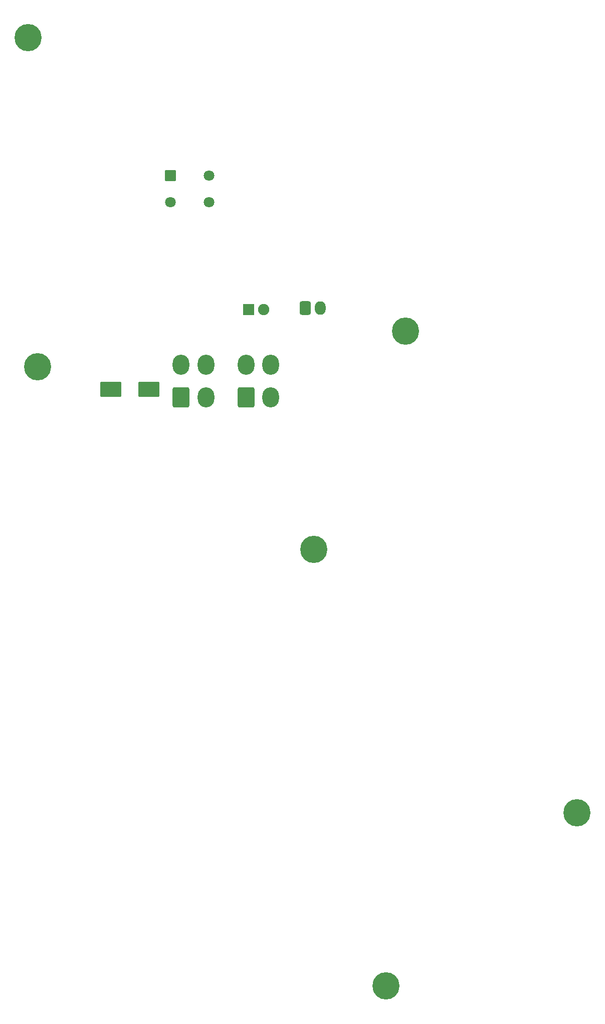
<source format=gbr>
%TF.GenerationSoftware,KiCad,Pcbnew,(6.0.9)*%
%TF.CreationDate,2023-01-06T08:08:26-09:00*%
%TF.ProjectId,ECM DISP PANEL,45434d20-4449-4535-9020-50414e454c2e,rev?*%
%TF.SameCoordinates,Original*%
%TF.FileFunction,Soldermask,Bot*%
%TF.FilePolarity,Negative*%
%FSLAX46Y46*%
G04 Gerber Fmt 4.6, Leading zero omitted, Abs format (unit mm)*
G04 Created by KiCad (PCBNEW (6.0.9)) date 2023-01-06 08:08:26*
%MOMM*%
%LPD*%
G01*
G04 APERTURE LIST*
G04 Aperture macros list*
%AMRoundRect*
0 Rectangle with rounded corners*
0 $1 Rounding radius*
0 $2 $3 $4 $5 $6 $7 $8 $9 X,Y pos of 4 corners*
0 Add a 4 corners polygon primitive as box body*
4,1,4,$2,$3,$4,$5,$6,$7,$8,$9,$2,$3,0*
0 Add four circle primitives for the rounded corners*
1,1,$1+$1,$2,$3*
1,1,$1+$1,$4,$5*
1,1,$1+$1,$6,$7*
1,1,$1+$1,$8,$9*
0 Add four rect primitives between the rounded corners*
20,1,$1+$1,$2,$3,$4,$5,0*
20,1,$1+$1,$4,$5,$6,$7,0*
20,1,$1+$1,$6,$7,$8,$9,0*
20,1,$1+$1,$8,$9,$2,$3,0*%
G04 Aperture macros list end*
%ADD10RoundRect,0.050000X-0.850000X-0.850000X0.850000X-0.850000X0.850000X0.850000X-0.850000X0.850000X0*%
%ADD11C,1.800000*%
%ADD12C,4.600000*%
%ADD13RoundRect,0.300001X-1.099999X-1.399999X1.099999X-1.399999X1.099999X1.399999X-1.099999X1.399999X0*%
%ADD14O,2.800000X3.400000*%
%ADD15RoundRect,0.300000X-1.500000X-1.000000X1.500000X-1.000000X1.500000X1.000000X-1.500000X1.000000X0*%
%ADD16RoundRect,0.050000X-0.900000X-0.900000X0.900000X-0.900000X0.900000X0.900000X-0.900000X0.900000X0*%
%ADD17C,1.900000*%
%ADD18RoundRect,0.300000X-0.620000X-0.845000X0.620000X-0.845000X0.620000X0.845000X-0.620000X0.845000X0*%
%ADD19O,1.840000X2.290000*%
G04 APERTURE END LIST*
D10*
%TO.C,SW1*%
X73406000Y-37465000D03*
D11*
X79906000Y-37465000D03*
X73406000Y-41965000D03*
X79906000Y-41965000D03*
%TD*%
D12*
%TO.C,H1*%
X50977800Y-69748400D03*
%TD*%
%TO.C,H2*%
X49350573Y-14232522D03*
%TD*%
%TO.C,H4*%
X97610573Y-100592522D03*
%TD*%
%TO.C,H5*%
X109829600Y-174244000D03*
%TD*%
%TO.C,H6*%
X142060572Y-145042522D03*
%TD*%
D13*
%TO.C,J1*%
X86150000Y-74900000D03*
D14*
X90350000Y-74900000D03*
X86150000Y-69400000D03*
X90350000Y-69400000D03*
%TD*%
D13*
%TO.C,J2*%
X75200000Y-74900000D03*
D14*
X79400000Y-74900000D03*
X75200000Y-69400000D03*
X79400000Y-69400000D03*
%TD*%
D15*
%TO.C,C1*%
X63298000Y-73533000D03*
X69798000Y-73533000D03*
%TD*%
D16*
%TO.C,D1*%
X86614000Y-60071000D03*
D17*
X89154000Y-60071000D03*
%TD*%
D18*
%TO.C,J3*%
X96213572Y-59825522D03*
D19*
X98753572Y-59825522D03*
%TD*%
D12*
%TO.C,H3*%
X113104572Y-63762522D03*
%TD*%
M02*

</source>
